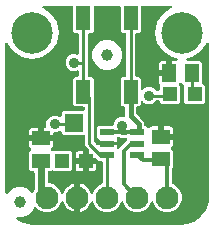
<source format=gbr>
G04 EAGLE Gerber RS-274X export*
G75*
%MOMM*%
%FSLAX34Y34*%
%LPD*%
%INTop Copper*%
%IPPOS*%
%AMOC8*
5,1,8,0,0,1.08239X$1,22.5*%
G01*
%ADD10R,1.200000X0.550000*%
%ADD11C,1.930400*%
%ADD12R,1.500000X1.240000*%
%ADD13R,1.200000X2.000000*%
%ADD14C,1.000000*%
%ADD15C,3.516000*%
%ADD16R,1.600000X1.500000*%
%ADD17R,1.200000X1.200000*%
%ADD18R,1.240000X1.500000*%
%ADD19C,0.906400*%
%ADD20C,0.254000*%
%ADD21C,0.304800*%
%ADD22C,0.609600*%
%ADD23C,0.406400*%

G36*
X152422Y2543D02*
X152422Y2543D01*
X152500Y2545D01*
X155877Y2810D01*
X155945Y2824D01*
X156014Y2829D01*
X156170Y2869D01*
X162594Y4956D01*
X162701Y5006D01*
X162812Y5050D01*
X162863Y5083D01*
X162882Y5091D01*
X162897Y5104D01*
X162948Y5136D01*
X168412Y9107D01*
X168499Y9188D01*
X168546Y9227D01*
X168552Y9231D01*
X168553Y9232D01*
X168591Y9264D01*
X168629Y9310D01*
X168644Y9324D01*
X168655Y9342D01*
X168693Y9388D01*
X172664Y14852D01*
X172721Y14956D01*
X172785Y15056D01*
X172807Y15113D01*
X172817Y15131D01*
X172822Y15151D01*
X172844Y15206D01*
X174931Y21630D01*
X174944Y21698D01*
X174967Y21764D01*
X174990Y21923D01*
X175255Y25300D01*
X175255Y25304D01*
X175256Y25307D01*
X175255Y25326D01*
X175259Y25400D01*
X175259Y155096D01*
X175246Y155200D01*
X175242Y155304D01*
X175226Y155357D01*
X175219Y155411D01*
X175181Y155508D01*
X175151Y155609D01*
X175123Y155656D01*
X175102Y155707D01*
X175041Y155792D01*
X174987Y155881D01*
X174948Y155920D01*
X174916Y155965D01*
X174835Y156031D01*
X174761Y156104D01*
X174713Y156132D01*
X174671Y156167D01*
X174576Y156212D01*
X174486Y156264D01*
X174433Y156279D01*
X174383Y156303D01*
X174280Y156322D01*
X174180Y156351D01*
X174125Y156352D01*
X174071Y156363D01*
X173966Y156356D01*
X173862Y156359D01*
X173808Y156346D01*
X173753Y156343D01*
X173654Y156311D01*
X173552Y156287D01*
X173503Y156262D01*
X173451Y156245D01*
X173362Y156189D01*
X173270Y156141D01*
X173228Y156104D01*
X173182Y156075D01*
X173110Y155999D01*
X173032Y155929D01*
X172979Y155859D01*
X172964Y155843D01*
X172957Y155830D01*
X172935Y155801D01*
X168434Y149066D01*
X161078Y144150D01*
X157129Y143365D01*
X157096Y143354D01*
X157061Y143349D01*
X156946Y143304D01*
X156828Y143264D01*
X156798Y143245D01*
X156766Y143232D01*
X156665Y143159D01*
X156560Y143092D01*
X156537Y143066D01*
X156508Y143046D01*
X156429Y142950D01*
X156344Y142858D01*
X156328Y142828D01*
X156305Y142801D01*
X156252Y142688D01*
X156193Y142578D01*
X156185Y142544D01*
X156170Y142513D01*
X156147Y142391D01*
X156116Y142270D01*
X156117Y142235D01*
X156110Y142200D01*
X156118Y142076D01*
X156119Y141952D01*
X156128Y141918D01*
X156130Y141883D01*
X156168Y141765D01*
X156200Y141644D01*
X156217Y141614D01*
X156228Y141581D01*
X156294Y141475D01*
X156355Y141367D01*
X156379Y141341D01*
X156398Y141312D01*
X156489Y141226D01*
X156575Y141136D01*
X156604Y141118D01*
X156630Y141094D01*
X156739Y141034D01*
X156844Y140968D01*
X156878Y140957D01*
X156908Y140940D01*
X157028Y140909D01*
X157147Y140872D01*
X157182Y140870D01*
X157216Y140861D01*
X157377Y140851D01*
X167882Y140851D01*
X169371Y139362D01*
X169371Y122678D01*
X169383Y122580D01*
X169386Y122481D01*
X169403Y122423D01*
X169411Y122363D01*
X169447Y122271D01*
X169475Y122175D01*
X169505Y122123D01*
X169528Y122067D01*
X169586Y121987D01*
X169636Y121902D01*
X169702Y121826D01*
X169714Y121810D01*
X169724Y121802D01*
X169742Y121781D01*
X171441Y120082D01*
X171441Y105978D01*
X169952Y104489D01*
X155848Y104489D01*
X154359Y105978D01*
X154359Y119500D01*
X154344Y119618D01*
X154337Y119737D01*
X154324Y119775D01*
X154319Y119816D01*
X154276Y119926D01*
X154239Y120039D01*
X154217Y120074D01*
X154202Y120111D01*
X154133Y120207D01*
X154069Y120308D01*
X154039Y120336D01*
X154016Y120369D01*
X153924Y120445D01*
X153837Y120526D01*
X153802Y120546D01*
X153771Y120571D01*
X153663Y120622D01*
X153559Y120680D01*
X153519Y120690D01*
X153483Y120707D01*
X153430Y120717D01*
X151960Y122187D01*
X151861Y122264D01*
X151766Y122346D01*
X151736Y122361D01*
X151709Y122382D01*
X151594Y122432D01*
X151481Y122488D01*
X151448Y122495D01*
X151417Y122508D01*
X151293Y122528D01*
X151170Y122554D01*
X151136Y122553D01*
X151103Y122558D01*
X150977Y122546D01*
X150852Y122541D01*
X150820Y122531D01*
X150786Y122528D01*
X150668Y122485D01*
X150548Y122449D01*
X150519Y122432D01*
X150487Y122420D01*
X150383Y122350D01*
X150276Y122285D01*
X150252Y122261D01*
X150224Y122242D01*
X150141Y122148D01*
X150053Y122058D01*
X150026Y122017D01*
X150013Y122003D01*
X150004Y121986D01*
X150001Y121982D01*
X149997Y121975D01*
X149964Y121924D01*
X149951Y121903D01*
X149908Y121799D01*
X149856Y121699D01*
X149846Y121653D01*
X149828Y121609D01*
X149811Y121498D01*
X149787Y121388D01*
X149788Y121341D01*
X149781Y121295D01*
X149793Y121183D01*
X149796Y121071D01*
X149810Y121025D01*
X149814Y120979D01*
X149854Y120873D01*
X149885Y120765D01*
X149909Y120725D01*
X149925Y120680D01*
X149989Y120588D01*
X150046Y120491D01*
X150094Y120437D01*
X150107Y120419D01*
X150120Y120407D01*
X150153Y120370D01*
X150441Y120082D01*
X150441Y105978D01*
X148952Y104489D01*
X134848Y104489D01*
X133359Y105978D01*
X133359Y106680D01*
X133344Y106798D01*
X133337Y106917D01*
X133324Y106955D01*
X133319Y106996D01*
X133276Y107106D01*
X133239Y107219D01*
X133217Y107254D01*
X133202Y107291D01*
X133133Y107387D01*
X133069Y107488D01*
X133039Y107516D01*
X133016Y107549D01*
X132924Y107625D01*
X132837Y107706D01*
X132802Y107726D01*
X132771Y107751D01*
X132663Y107802D01*
X132559Y107860D01*
X132519Y107870D01*
X132483Y107887D01*
X132366Y107909D01*
X132251Y107939D01*
X132191Y107943D01*
X132171Y107947D01*
X132150Y107945D01*
X132090Y107949D01*
X131177Y107949D01*
X131079Y107937D01*
X130980Y107934D01*
X130922Y107917D01*
X130862Y107909D01*
X130770Y107873D01*
X130675Y107845D01*
X130622Y107815D01*
X130566Y107792D01*
X130486Y107734D01*
X130401Y107684D01*
X130325Y107618D01*
X130309Y107606D01*
X130301Y107596D01*
X130280Y107578D01*
X128466Y105764D01*
X125867Y104687D01*
X123053Y104687D01*
X120454Y105764D01*
X119607Y106610D01*
X119498Y106695D01*
X119391Y106784D01*
X119372Y106793D01*
X119356Y106805D01*
X119229Y106860D01*
X119103Y106920D01*
X119083Y106923D01*
X119064Y106931D01*
X118926Y106953D01*
X118790Y106979D01*
X118770Y106978D01*
X118750Y106981D01*
X118611Y106968D01*
X118473Y106960D01*
X118454Y106953D01*
X118434Y106952D01*
X118302Y106904D01*
X118171Y106862D01*
X118153Y106851D01*
X118134Y106844D01*
X118019Y106766D01*
X117902Y106691D01*
X117888Y106677D01*
X117871Y106665D01*
X117779Y106561D01*
X117684Y106460D01*
X117674Y106442D01*
X117661Y106427D01*
X117598Y106303D01*
X117530Y106181D01*
X117525Y106162D01*
X117516Y106144D01*
X117486Y106008D01*
X117451Y105873D01*
X117449Y105845D01*
X117446Y105833D01*
X117447Y105813D01*
X117441Y105713D01*
X117441Y103998D01*
X115952Y102509D01*
X114742Y102509D01*
X114624Y102494D01*
X114505Y102487D01*
X114467Y102474D01*
X114426Y102469D01*
X114316Y102426D01*
X114203Y102389D01*
X114168Y102367D01*
X114131Y102352D01*
X114035Y102283D01*
X113934Y102219D01*
X113906Y102189D01*
X113873Y102166D01*
X113797Y102074D01*
X113716Y101987D01*
X113696Y101952D01*
X113671Y101921D01*
X113620Y101813D01*
X113562Y101709D01*
X113552Y101669D01*
X113535Y101633D01*
X113513Y101516D01*
X113483Y101401D01*
X113479Y101341D01*
X113475Y101321D01*
X113477Y101300D01*
X113473Y101240D01*
X113473Y96720D01*
X113485Y96622D01*
X113488Y96523D01*
X113505Y96464D01*
X113513Y96404D01*
X113549Y96312D01*
X113577Y96217D01*
X113607Y96165D01*
X113630Y96109D01*
X113688Y96029D01*
X113738Y95943D01*
X113804Y95868D01*
X113816Y95851D01*
X113826Y95843D01*
X113844Y95822D01*
X117092Y92574D01*
X120143Y89524D01*
X120143Y87180D01*
X120158Y87062D01*
X120165Y86943D01*
X120178Y86905D01*
X120183Y86864D01*
X120226Y86754D01*
X120263Y86641D01*
X120285Y86606D01*
X120300Y86569D01*
X120369Y86473D01*
X120433Y86372D01*
X120463Y86344D01*
X120486Y86311D01*
X120578Y86235D01*
X120665Y86154D01*
X120700Y86134D01*
X120731Y86109D01*
X120839Y86058D01*
X120943Y86000D01*
X120983Y85990D01*
X121019Y85973D01*
X121136Y85951D01*
X121251Y85921D01*
X121311Y85917D01*
X121331Y85913D01*
X121352Y85915D01*
X121412Y85911D01*
X121652Y85911D01*
X123151Y84412D01*
X123251Y84335D01*
X123346Y84253D01*
X123376Y84238D01*
X123402Y84217D01*
X123518Y84167D01*
X123631Y84111D01*
X123663Y84104D01*
X123694Y84091D01*
X123819Y84071D01*
X123942Y84045D01*
X123975Y84046D01*
X124008Y84041D01*
X124134Y84053D01*
X124259Y84058D01*
X124291Y84068D01*
X124325Y84071D01*
X124443Y84114D01*
X124564Y84150D01*
X124593Y84167D01*
X124624Y84179D01*
X124728Y84249D01*
X124836Y84314D01*
X124859Y84338D01*
X124887Y84357D01*
X124971Y84452D01*
X125059Y84541D01*
X125059Y84543D01*
X125560Y85043D01*
X126139Y85378D01*
X126786Y85551D01*
X132081Y85551D01*
X132081Y78080D01*
X132096Y77962D01*
X132103Y77843D01*
X132116Y77805D01*
X132121Y77765D01*
X132164Y77654D01*
X132201Y77541D01*
X132223Y77506D01*
X132238Y77469D01*
X132308Y77373D01*
X132371Y77272D01*
X132401Y77244D01*
X132425Y77212D01*
X132516Y77136D01*
X132603Y77054D01*
X132638Y77035D01*
X132669Y77009D01*
X132777Y76958D01*
X132881Y76901D01*
X132921Y76890D01*
X132957Y76873D01*
X133074Y76851D01*
X133189Y76821D01*
X133250Y76817D01*
X133270Y76813D01*
X133290Y76815D01*
X133350Y76811D01*
X134621Y76811D01*
X134621Y75540D01*
X134636Y75422D01*
X134643Y75303D01*
X134656Y75265D01*
X134661Y75225D01*
X134705Y75114D01*
X134741Y75001D01*
X134763Y74966D01*
X134778Y74929D01*
X134848Y74833D01*
X134911Y74732D01*
X134941Y74704D01*
X134965Y74671D01*
X135056Y74596D01*
X135143Y74514D01*
X135178Y74494D01*
X135210Y74469D01*
X135317Y74418D01*
X135421Y74360D01*
X135461Y74350D01*
X135497Y74333D01*
X135614Y74311D01*
X135729Y74281D01*
X135790Y74277D01*
X135810Y74273D01*
X135830Y74275D01*
X135890Y74271D01*
X144661Y74271D01*
X144661Y70276D01*
X144488Y69629D01*
X144153Y69050D01*
X143680Y68577D01*
X143506Y68477D01*
X143406Y68400D01*
X143302Y68330D01*
X143280Y68305D01*
X143253Y68284D01*
X143175Y68186D01*
X143092Y68092D01*
X143076Y68062D01*
X143055Y68035D01*
X143004Y67920D01*
X142947Y67808D01*
X142940Y67775D01*
X142926Y67745D01*
X142905Y67620D01*
X142877Y67498D01*
X142878Y67464D01*
X142873Y67431D01*
X142883Y67306D01*
X142887Y67180D01*
X142896Y67148D01*
X142899Y67114D01*
X142940Y66995D01*
X142975Y66875D01*
X142992Y66846D01*
X143004Y66814D01*
X143073Y66709D01*
X143137Y66601D01*
X143169Y66564D01*
X143179Y66549D01*
X143195Y66534D01*
X143243Y66480D01*
X144661Y65062D01*
X144661Y50558D01*
X144136Y50033D01*
X144076Y49955D01*
X144008Y49883D01*
X143979Y49830D01*
X143942Y49782D01*
X143902Y49691D01*
X143854Y49604D01*
X143839Y49546D01*
X143815Y49490D01*
X143800Y49392D01*
X143775Y49297D01*
X143769Y49196D01*
X143765Y49176D01*
X143767Y49164D01*
X143765Y49136D01*
X143765Y37762D01*
X143768Y37733D01*
X143766Y37703D01*
X143788Y37575D01*
X143805Y37446D01*
X143815Y37419D01*
X143820Y37390D01*
X143874Y37271D01*
X143922Y37151D01*
X143939Y37127D01*
X143951Y37100D01*
X144032Y36998D01*
X144108Y36893D01*
X144131Y36874D01*
X144150Y36851D01*
X144253Y36773D01*
X144353Y36690D01*
X144380Y36678D01*
X144404Y36660D01*
X144548Y36589D01*
X146607Y35737D01*
X150037Y32307D01*
X151893Y27825D01*
X151893Y22975D01*
X150037Y18493D01*
X146607Y15063D01*
X142125Y13207D01*
X137275Y13207D01*
X132793Y15063D01*
X129363Y18493D01*
X128173Y21368D01*
X128104Y21489D01*
X128039Y21612D01*
X128025Y21627D01*
X128015Y21645D01*
X127918Y21744D01*
X127825Y21847D01*
X127808Y21859D01*
X127794Y21873D01*
X127675Y21946D01*
X127559Y22022D01*
X127540Y22029D01*
X127523Y22039D01*
X127390Y22080D01*
X127258Y22125D01*
X127238Y22127D01*
X127219Y22133D01*
X127080Y22140D01*
X126941Y22151D01*
X126921Y22147D01*
X126901Y22148D01*
X126765Y22120D01*
X126628Y22096D01*
X126609Y22088D01*
X126590Y22084D01*
X126464Y22022D01*
X126338Y21966D01*
X126322Y21953D01*
X126304Y21944D01*
X126198Y21854D01*
X126090Y21767D01*
X126077Y21751D01*
X126062Y21738D01*
X125982Y21624D01*
X125898Y21513D01*
X125886Y21488D01*
X125879Y21478D01*
X125872Y21458D01*
X125827Y21368D01*
X124637Y18493D01*
X121207Y15063D01*
X116725Y13207D01*
X111875Y13207D01*
X107393Y15063D01*
X103963Y18493D01*
X102773Y21368D01*
X102704Y21489D01*
X102639Y21612D01*
X102625Y21627D01*
X102615Y21645D01*
X102518Y21744D01*
X102425Y21847D01*
X102408Y21859D01*
X102394Y21873D01*
X102275Y21946D01*
X102159Y22022D01*
X102140Y22029D01*
X102123Y22039D01*
X101990Y22080D01*
X101858Y22125D01*
X101838Y22127D01*
X101819Y22133D01*
X101680Y22140D01*
X101541Y22151D01*
X101521Y22147D01*
X101501Y22148D01*
X101365Y22120D01*
X101228Y22096D01*
X101209Y22088D01*
X101190Y22084D01*
X101064Y22022D01*
X100938Y21966D01*
X100922Y21953D01*
X100904Y21944D01*
X100798Y21854D01*
X100690Y21767D01*
X100677Y21751D01*
X100662Y21738D01*
X100582Y21624D01*
X100498Y21513D01*
X100486Y21488D01*
X100479Y21478D01*
X100472Y21458D01*
X100427Y21368D01*
X99237Y18493D01*
X95807Y15063D01*
X91325Y13207D01*
X86475Y13207D01*
X81993Y15063D01*
X78563Y18493D01*
X77365Y21386D01*
X77351Y21412D01*
X77341Y21440D01*
X77272Y21550D01*
X77208Y21662D01*
X77187Y21684D01*
X77171Y21709D01*
X77077Y21798D01*
X76987Y21891D01*
X76961Y21906D01*
X76939Y21927D01*
X76826Y21989D01*
X76715Y22057D01*
X76687Y22066D01*
X76661Y22080D01*
X76535Y22113D01*
X76411Y22151D01*
X76382Y22152D01*
X76353Y22159D01*
X76223Y22160D01*
X76094Y22166D01*
X76065Y22160D01*
X76035Y22160D01*
X75909Y22128D01*
X75782Y22101D01*
X75755Y22088D01*
X75727Y22081D01*
X75613Y22019D01*
X75497Y21962D01*
X75474Y21942D01*
X75448Y21928D01*
X75353Y21840D01*
X75255Y21755D01*
X75237Y21731D01*
X75216Y21710D01*
X75146Y21601D01*
X75072Y21495D01*
X75061Y21467D01*
X75045Y21442D01*
X74986Y21292D01*
X74799Y20720D01*
X73928Y19010D01*
X72800Y17457D01*
X71443Y16100D01*
X69890Y14972D01*
X68180Y14101D01*
X66355Y13507D01*
X65999Y13451D01*
X65999Y24170D01*
X65984Y24288D01*
X65977Y24407D01*
X65964Y24445D01*
X65959Y24485D01*
X65916Y24596D01*
X65879Y24709D01*
X65857Y24743D01*
X65842Y24781D01*
X65773Y24877D01*
X65709Y24978D01*
X65679Y25006D01*
X65656Y25038D01*
X65564Y25114D01*
X65477Y25196D01*
X65442Y25215D01*
X65411Y25241D01*
X65303Y25292D01*
X65199Y25349D01*
X65159Y25359D01*
X65123Y25377D01*
X65016Y25397D01*
X65046Y25401D01*
X65156Y25445D01*
X65269Y25481D01*
X65304Y25503D01*
X65341Y25518D01*
X65437Y25588D01*
X65538Y25651D01*
X65566Y25681D01*
X65599Y25705D01*
X65675Y25796D01*
X65756Y25883D01*
X65776Y25918D01*
X65801Y25950D01*
X65852Y26057D01*
X65910Y26162D01*
X65920Y26201D01*
X65937Y26237D01*
X65959Y26354D01*
X65989Y26470D01*
X65993Y26530D01*
X65997Y26550D01*
X65995Y26570D01*
X65997Y26576D01*
X65996Y26583D01*
X65999Y26630D01*
X65999Y37349D01*
X66355Y37293D01*
X68180Y36699D01*
X69890Y35828D01*
X71443Y34700D01*
X72800Y33343D01*
X73928Y31790D01*
X74799Y30080D01*
X74986Y29508D01*
X74998Y29481D01*
X75005Y29451D01*
X75066Y29337D01*
X75121Y29220D01*
X75140Y29197D01*
X75154Y29170D01*
X75241Y29074D01*
X75324Y28975D01*
X75348Y28957D01*
X75368Y28935D01*
X75476Y28864D01*
X75581Y28788D01*
X75609Y28777D01*
X75634Y28760D01*
X75756Y28718D01*
X75877Y28670D01*
X75906Y28667D01*
X75934Y28657D01*
X76064Y28647D01*
X76192Y28630D01*
X76222Y28634D01*
X76251Y28632D01*
X76379Y28654D01*
X76508Y28670D01*
X76535Y28681D01*
X76565Y28686D01*
X76683Y28739D01*
X76803Y28787D01*
X76828Y28805D01*
X76855Y28817D01*
X76956Y28898D01*
X77061Y28974D01*
X77080Y28997D01*
X77103Y29015D01*
X77181Y29119D01*
X77264Y29219D01*
X77276Y29246D01*
X77294Y29269D01*
X77365Y29414D01*
X78563Y32307D01*
X81993Y35737D01*
X84306Y36694D01*
X84331Y36709D01*
X84359Y36718D01*
X84469Y36788D01*
X84582Y36852D01*
X84603Y36872D01*
X84628Y36888D01*
X84717Y36983D01*
X84810Y37073D01*
X84826Y37098D01*
X84846Y37120D01*
X84909Y37233D01*
X84977Y37344D01*
X84985Y37372D01*
X85000Y37398D01*
X85032Y37524D01*
X85070Y37648D01*
X85072Y37678D01*
X85079Y37706D01*
X85089Y37867D01*
X85089Y55060D01*
X85074Y55178D01*
X85067Y55297D01*
X85054Y55335D01*
X85049Y55376D01*
X85006Y55486D01*
X84969Y55599D01*
X84947Y55634D01*
X84932Y55671D01*
X84863Y55767D01*
X84799Y55868D01*
X84769Y55896D01*
X84746Y55929D01*
X84654Y56005D01*
X84567Y56086D01*
X84532Y56106D01*
X84501Y56131D01*
X84393Y56182D01*
X84289Y56240D01*
X84249Y56250D01*
X84213Y56267D01*
X84096Y56289D01*
X83981Y56319D01*
X83921Y56323D01*
X83901Y56327D01*
X83880Y56325D01*
X83820Y56329D01*
X81548Y56329D01*
X80023Y57854D01*
X80019Y57880D01*
X79976Y57991D01*
X79939Y58104D01*
X79917Y58139D01*
X79902Y58176D01*
X79833Y58272D01*
X79769Y58373D01*
X79739Y58401D01*
X79716Y58433D01*
X79624Y58509D01*
X79537Y58591D01*
X79502Y58610D01*
X79471Y58636D01*
X79363Y58687D01*
X79259Y58744D01*
X79219Y58755D01*
X79183Y58772D01*
X79066Y58794D01*
X78951Y58824D01*
X78891Y58828D01*
X78871Y58832D01*
X78850Y58830D01*
X78790Y58834D01*
X73499Y58834D01*
X73499Y65366D01*
X73487Y65464D01*
X73484Y65563D01*
X73467Y65621D01*
X73459Y65681D01*
X73423Y65774D01*
X73395Y65869D01*
X73365Y65921D01*
X73342Y65977D01*
X73284Y66057D01*
X73234Y66143D01*
X73167Y66218D01*
X73155Y66234D01*
X73146Y66242D01*
X73127Y66263D01*
X69849Y69542D01*
X69849Y77485D01*
X69834Y77603D01*
X69827Y77722D01*
X69814Y77760D01*
X69809Y77801D01*
X69766Y77911D01*
X69729Y78024D01*
X69707Y78059D01*
X69692Y78096D01*
X69623Y78192D01*
X69559Y78293D01*
X69529Y78321D01*
X69506Y78354D01*
X69414Y78430D01*
X69327Y78511D01*
X69292Y78531D01*
X69261Y78556D01*
X69153Y78607D01*
X69049Y78665D01*
X69009Y78675D01*
X68973Y78692D01*
X68856Y78714D01*
X68741Y78744D01*
X68681Y78748D01*
X68661Y78752D01*
X68640Y78750D01*
X68580Y78754D01*
X51908Y78754D01*
X50419Y80243D01*
X50419Y80548D01*
X50413Y80597D01*
X50415Y80646D01*
X50393Y80754D01*
X50379Y80863D01*
X50361Y80909D01*
X50351Y80958D01*
X50303Y81057D01*
X50262Y81159D01*
X50233Y81199D01*
X50211Y81244D01*
X50140Y81327D01*
X50076Y81416D01*
X50037Y81448D01*
X50005Y81486D01*
X49915Y81549D01*
X49831Y81619D01*
X49786Y81640D01*
X49745Y81669D01*
X49642Y81708D01*
X49543Y81754D01*
X49494Y81764D01*
X49448Y81781D01*
X49338Y81794D01*
X49231Y81814D01*
X49181Y81811D01*
X49132Y81817D01*
X49023Y81801D01*
X48913Y81794D01*
X48866Y81779D01*
X48817Y81772D01*
X48664Y81720D01*
X45857Y80557D01*
X44330Y80557D01*
X44212Y80542D01*
X44093Y80535D01*
X44055Y80522D01*
X44014Y80517D01*
X43904Y80474D01*
X43791Y80437D01*
X43756Y80415D01*
X43719Y80400D01*
X43623Y80331D01*
X43522Y80267D01*
X43494Y80237D01*
X43461Y80214D01*
X43385Y80122D01*
X43304Y80035D01*
X43284Y80000D01*
X43259Y79969D01*
X43208Y79861D01*
X43150Y79757D01*
X43140Y79717D01*
X43123Y79681D01*
X43101Y79564D01*
X43071Y79449D01*
X43067Y79389D01*
X43063Y79369D01*
X43065Y79348D01*
X43061Y79288D01*
X43061Y78079D01*
X35559Y78079D01*
X35559Y84281D01*
X36282Y84281D01*
X36332Y84287D01*
X36381Y84285D01*
X36489Y84307D01*
X36598Y84321D01*
X36644Y84339D01*
X36693Y84349D01*
X36791Y84397D01*
X36894Y84438D01*
X36934Y84467D01*
X36978Y84489D01*
X37062Y84560D01*
X37151Y84624D01*
X37183Y84663D01*
X37220Y84695D01*
X37284Y84785D01*
X37354Y84869D01*
X37375Y84914D01*
X37403Y84955D01*
X37442Y85058D01*
X37489Y85157D01*
X37499Y85206D01*
X37516Y85252D01*
X37528Y85362D01*
X37549Y85469D01*
X37546Y85519D01*
X37551Y85569D01*
X37536Y85677D01*
X37529Y85787D01*
X37514Y85834D01*
X37507Y85883D01*
X37455Y86036D01*
X37377Y86223D01*
X37377Y89037D01*
X38454Y91636D01*
X40444Y93626D01*
X43043Y94703D01*
X45857Y94703D01*
X48664Y93540D01*
X48712Y93527D01*
X48757Y93506D01*
X48865Y93485D01*
X48971Y93456D01*
X49021Y93455D01*
X49070Y93446D01*
X49179Y93453D01*
X49289Y93451D01*
X49337Y93462D01*
X49387Y93466D01*
X49491Y93499D01*
X49598Y93525D01*
X49642Y93548D01*
X49689Y93564D01*
X49782Y93622D01*
X49879Y93674D01*
X49916Y93707D01*
X49958Y93734D01*
X50033Y93814D01*
X50115Y93888D01*
X50142Y93929D01*
X50176Y93965D01*
X50229Y94062D01*
X50289Y94153D01*
X50306Y94200D01*
X50330Y94244D01*
X50357Y94350D01*
X50393Y94454D01*
X50397Y94504D01*
X50409Y94552D01*
X50419Y94712D01*
X50419Y97347D01*
X51908Y98836D01*
X68580Y98836D01*
X68698Y98851D01*
X68817Y98858D01*
X68855Y98871D01*
X68896Y98876D01*
X69006Y98919D01*
X69119Y98956D01*
X69154Y98978D01*
X69191Y98993D01*
X69287Y99062D01*
X69388Y99126D01*
X69416Y99156D01*
X69449Y99179D01*
X69525Y99271D01*
X69606Y99358D01*
X69626Y99393D01*
X69651Y99424D01*
X69702Y99532D01*
X69760Y99636D01*
X69770Y99676D01*
X69787Y99712D01*
X69809Y99829D01*
X69839Y99944D01*
X69843Y100004D01*
X69847Y100024D01*
X69845Y100045D01*
X69849Y100105D01*
X69849Y101240D01*
X69834Y101358D01*
X69827Y101477D01*
X69814Y101515D01*
X69809Y101556D01*
X69766Y101666D01*
X69729Y101779D01*
X69707Y101814D01*
X69692Y101851D01*
X69623Y101947D01*
X69559Y102048D01*
X69529Y102076D01*
X69506Y102109D01*
X69414Y102185D01*
X69327Y102266D01*
X69292Y102286D01*
X69261Y102311D01*
X69153Y102362D01*
X69049Y102420D01*
X69009Y102430D01*
X68973Y102447D01*
X68856Y102469D01*
X68741Y102499D01*
X68681Y102503D01*
X68661Y102507D01*
X68640Y102505D01*
X68580Y102509D01*
X61848Y102509D01*
X60359Y103998D01*
X60359Y126102D01*
X61848Y127591D01*
X63820Y127591D01*
X63938Y127606D01*
X64057Y127613D01*
X64095Y127626D01*
X64136Y127631D01*
X64246Y127674D01*
X64359Y127711D01*
X64394Y127733D01*
X64431Y127748D01*
X64527Y127817D01*
X64628Y127881D01*
X64656Y127911D01*
X64689Y127934D01*
X64765Y128026D01*
X64846Y128113D01*
X64866Y128148D01*
X64891Y128179D01*
X64942Y128287D01*
X65000Y128391D01*
X65010Y128431D01*
X65027Y128467D01*
X65049Y128584D01*
X65079Y128699D01*
X65083Y128759D01*
X65087Y128779D01*
X65085Y128800D01*
X65089Y128860D01*
X65089Y131855D01*
X65083Y131905D01*
X65085Y131954D01*
X65063Y132062D01*
X65049Y132171D01*
X65031Y132217D01*
X65021Y132266D01*
X64973Y132365D01*
X64932Y132467D01*
X64903Y132507D01*
X64881Y132551D01*
X64810Y132635D01*
X64746Y132724D01*
X64707Y132756D01*
X64675Y132793D01*
X64585Y132857D01*
X64501Y132927D01*
X64456Y132948D01*
X64415Y132977D01*
X64312Y133016D01*
X64213Y133062D01*
X64164Y133072D01*
X64118Y133089D01*
X64008Y133101D01*
X63901Y133122D01*
X63851Y133119D01*
X63802Y133125D01*
X63693Y133109D01*
X63583Y133102D01*
X63536Y133087D01*
X63487Y133080D01*
X63334Y133028D01*
X62367Y132627D01*
X59553Y132627D01*
X56954Y133704D01*
X54964Y135694D01*
X53887Y138293D01*
X53887Y141107D01*
X54964Y143706D01*
X56954Y145696D01*
X59553Y146773D01*
X62367Y146773D01*
X63334Y146372D01*
X63382Y146359D01*
X63427Y146338D01*
X63535Y146317D01*
X63641Y146288D01*
X63691Y146287D01*
X63740Y146278D01*
X63849Y146285D01*
X63959Y146283D01*
X64007Y146295D01*
X64057Y146298D01*
X64161Y146331D01*
X64268Y146357D01*
X64312Y146380D01*
X64359Y146396D01*
X64452Y146454D01*
X64549Y146506D01*
X64586Y146539D01*
X64628Y146566D01*
X64703Y146646D01*
X64785Y146720D01*
X64812Y146761D01*
X64846Y146797D01*
X64899Y146894D01*
X64959Y146985D01*
X64976Y147033D01*
X65000Y147076D01*
X65027Y147182D01*
X65063Y147286D01*
X65067Y147336D01*
X65079Y147384D01*
X65089Y147545D01*
X65089Y163240D01*
X65074Y163358D01*
X65067Y163477D01*
X65054Y163515D01*
X65049Y163556D01*
X65006Y163666D01*
X64969Y163779D01*
X64947Y163814D01*
X64932Y163851D01*
X64863Y163947D01*
X64799Y164048D01*
X64769Y164076D01*
X64746Y164109D01*
X64654Y164185D01*
X64567Y164266D01*
X64532Y164286D01*
X64501Y164311D01*
X64393Y164362D01*
X64289Y164420D01*
X64249Y164430D01*
X64213Y164447D01*
X64096Y164469D01*
X63981Y164499D01*
X63921Y164503D01*
X63901Y164507D01*
X63880Y164505D01*
X63820Y164509D01*
X61848Y164509D01*
X60359Y165998D01*
X60359Y186690D01*
X60344Y186808D01*
X60337Y186927D01*
X60324Y186965D01*
X60319Y187006D01*
X60276Y187116D01*
X60239Y187229D01*
X60217Y187264D01*
X60202Y187301D01*
X60133Y187397D01*
X60069Y187498D01*
X60039Y187526D01*
X60016Y187559D01*
X59924Y187635D01*
X59837Y187716D01*
X59802Y187736D01*
X59771Y187761D01*
X59663Y187812D01*
X59559Y187870D01*
X59519Y187880D01*
X59483Y187897D01*
X59366Y187919D01*
X59251Y187949D01*
X59191Y187953D01*
X59171Y187957D01*
X59150Y187955D01*
X59090Y187959D01*
X35404Y187959D01*
X35300Y187946D01*
X35196Y187942D01*
X35143Y187926D01*
X35089Y187919D01*
X34992Y187881D01*
X34891Y187851D01*
X34844Y187823D01*
X34793Y187802D01*
X34708Y187741D01*
X34619Y187687D01*
X34580Y187648D01*
X34535Y187616D01*
X34469Y187535D01*
X34396Y187461D01*
X34368Y187413D01*
X34333Y187371D01*
X34288Y187276D01*
X34236Y187186D01*
X34221Y187133D01*
X34197Y187083D01*
X34178Y186980D01*
X34149Y186880D01*
X34148Y186825D01*
X34137Y186771D01*
X34144Y186666D01*
X34141Y186562D01*
X34154Y186508D01*
X34157Y186453D01*
X34189Y186354D01*
X34213Y186252D01*
X34238Y186203D01*
X34255Y186151D01*
X34311Y186062D01*
X34359Y185970D01*
X34396Y185928D01*
X34425Y185882D01*
X34501Y185810D01*
X34571Y185732D01*
X34641Y185679D01*
X34657Y185664D01*
X34670Y185657D01*
X34699Y185635D01*
X41434Y181134D01*
X46350Y173778D01*
X48076Y165100D01*
X46350Y156422D01*
X41434Y149066D01*
X34078Y144150D01*
X25400Y142424D01*
X16722Y144150D01*
X9366Y149066D01*
X4865Y155801D01*
X4797Y155880D01*
X4736Y155965D01*
X4693Y156000D01*
X4657Y156041D01*
X4571Y156101D01*
X4491Y156167D01*
X4441Y156191D01*
X4395Y156222D01*
X4297Y156258D01*
X4203Y156303D01*
X4149Y156313D01*
X4097Y156332D01*
X3993Y156343D01*
X3890Y156363D01*
X3835Y156359D01*
X3781Y156365D01*
X3677Y156349D01*
X3573Y156343D01*
X3521Y156326D01*
X3466Y156318D01*
X3370Y156277D01*
X3271Y156245D01*
X3224Y156215D01*
X3173Y156194D01*
X3090Y156131D01*
X3002Y156075D01*
X2964Y156035D01*
X2920Y156001D01*
X2855Y155919D01*
X2784Y155843D01*
X2757Y155795D01*
X2723Y155752D01*
X2681Y155656D01*
X2630Y155565D01*
X2617Y155511D01*
X2594Y155461D01*
X2577Y155358D01*
X2551Y155257D01*
X2545Y155169D01*
X2542Y155147D01*
X2543Y155132D01*
X2541Y155096D01*
X2541Y29690D01*
X2558Y29553D01*
X2571Y29414D01*
X2578Y29395D01*
X2581Y29375D01*
X2632Y29246D01*
X2679Y29115D01*
X2690Y29098D01*
X2698Y29079D01*
X2779Y28967D01*
X2857Y28851D01*
X2873Y28838D01*
X2884Y28822D01*
X2992Y28733D01*
X3096Y28641D01*
X3114Y28632D01*
X3129Y28619D01*
X3255Y28560D01*
X3379Y28496D01*
X3399Y28492D01*
X3417Y28483D01*
X3553Y28457D01*
X3689Y28427D01*
X3710Y28427D01*
X3729Y28424D01*
X3868Y28432D01*
X4007Y28436D01*
X4027Y28442D01*
X4047Y28443D01*
X4179Y28486D01*
X4313Y28525D01*
X4330Y28535D01*
X4349Y28541D01*
X4467Y28616D01*
X4587Y28686D01*
X4608Y28705D01*
X4618Y28711D01*
X4632Y28726D01*
X4707Y28793D01*
X8136Y32222D01*
X12745Y34131D01*
X17735Y34131D01*
X22344Y32222D01*
X24808Y29757D01*
X24847Y29727D01*
X24881Y29690D01*
X24972Y29630D01*
X25059Y29562D01*
X25105Y29543D01*
X25146Y29515D01*
X25250Y29480D01*
X25351Y29436D01*
X25400Y29428D01*
X25447Y29412D01*
X25557Y29403D01*
X25665Y29386D01*
X25715Y29391D01*
X25764Y29387D01*
X25872Y29406D01*
X25982Y29416D01*
X26029Y29433D01*
X26078Y29441D01*
X26178Y29486D01*
X26281Y29524D01*
X26322Y29552D01*
X26368Y29572D01*
X26453Y29640D01*
X26544Y29702D01*
X26577Y29739D01*
X26616Y29770D01*
X26682Y29858D01*
X26755Y29941D01*
X26777Y29985D01*
X26807Y30025D01*
X26878Y30169D01*
X27335Y31271D01*
X27337Y31280D01*
X27342Y31288D01*
X27350Y31321D01*
X27359Y31341D01*
X27371Y31403D01*
X27379Y31434D01*
X27419Y31578D01*
X27419Y31587D01*
X27421Y31596D01*
X27431Y31757D01*
X27431Y46530D01*
X27416Y46648D01*
X27409Y46767D01*
X27396Y46805D01*
X27391Y46846D01*
X27348Y46956D01*
X27311Y47069D01*
X27289Y47104D01*
X27274Y47141D01*
X27205Y47237D01*
X27141Y47338D01*
X27111Y47366D01*
X27088Y47399D01*
X26996Y47475D01*
X26909Y47556D01*
X26874Y47576D01*
X26843Y47601D01*
X26735Y47652D01*
X26631Y47710D01*
X26591Y47720D01*
X26555Y47737D01*
X26438Y47759D01*
X26323Y47789D01*
X26263Y47793D01*
X26243Y47797D01*
X26222Y47795D01*
X26162Y47799D01*
X24468Y47799D01*
X22979Y49288D01*
X22979Y63792D01*
X24397Y65210D01*
X24474Y65309D01*
X24556Y65404D01*
X24571Y65434D01*
X24592Y65461D01*
X24642Y65577D01*
X24698Y65689D01*
X24705Y65722D01*
X24718Y65753D01*
X24738Y65877D01*
X24764Y66000D01*
X24763Y66034D01*
X24768Y66067D01*
X24756Y66192D01*
X24751Y66318D01*
X24741Y66350D01*
X24738Y66384D01*
X24695Y66502D01*
X24659Y66622D01*
X24642Y66651D01*
X24630Y66683D01*
X24560Y66787D01*
X24495Y66895D01*
X24471Y66918D01*
X24452Y66946D01*
X24358Y67029D01*
X24268Y67117D01*
X24227Y67144D01*
X24213Y67157D01*
X24194Y67166D01*
X24134Y67207D01*
X23960Y67307D01*
X23487Y67780D01*
X23152Y68359D01*
X22979Y69006D01*
X22979Y73001D01*
X31750Y73001D01*
X31868Y73016D01*
X31987Y73023D01*
X32025Y73036D01*
X32065Y73041D01*
X32176Y73084D01*
X32289Y73121D01*
X32324Y73143D01*
X32361Y73158D01*
X32457Y73228D01*
X32558Y73291D01*
X32586Y73321D01*
X32618Y73345D01*
X32694Y73436D01*
X32776Y73523D01*
X32795Y73558D01*
X32821Y73589D01*
X32872Y73697D01*
X32929Y73801D01*
X32940Y73841D01*
X32957Y73877D01*
X32979Y73994D01*
X33009Y74109D01*
X33013Y74170D01*
X33017Y74190D01*
X33015Y74210D01*
X33019Y74270D01*
X33019Y75541D01*
X33021Y75541D01*
X33021Y74270D01*
X33036Y74152D01*
X33043Y74033D01*
X33056Y73995D01*
X33061Y73955D01*
X33105Y73844D01*
X33141Y73731D01*
X33163Y73696D01*
X33178Y73659D01*
X33248Y73563D01*
X33311Y73462D01*
X33341Y73434D01*
X33365Y73401D01*
X33456Y73326D01*
X33543Y73244D01*
X33578Y73224D01*
X33610Y73199D01*
X33717Y73148D01*
X33821Y73090D01*
X33861Y73080D01*
X33897Y73063D01*
X34014Y73041D01*
X34129Y73011D01*
X34190Y73007D01*
X34210Y73003D01*
X34230Y73005D01*
X34290Y73001D01*
X43061Y73001D01*
X43061Y69006D01*
X42888Y68359D01*
X42553Y67780D01*
X42080Y67307D01*
X41906Y67207D01*
X41806Y67131D01*
X41702Y67060D01*
X41680Y67035D01*
X41653Y67014D01*
X41575Y66916D01*
X41492Y66822D01*
X41476Y66792D01*
X41455Y66765D01*
X41404Y66650D01*
X41347Y66538D01*
X41340Y66505D01*
X41326Y66475D01*
X41305Y66350D01*
X41277Y66228D01*
X41278Y66194D01*
X41273Y66161D01*
X41283Y66036D01*
X41287Y65910D01*
X41296Y65878D01*
X41299Y65844D01*
X41340Y65725D01*
X41375Y65605D01*
X41392Y65576D01*
X41404Y65544D01*
X41473Y65439D01*
X41537Y65331D01*
X41569Y65294D01*
X41579Y65279D01*
X41595Y65264D01*
X41643Y65210D01*
X42065Y64788D01*
X42159Y64715D01*
X42248Y64636D01*
X42284Y64618D01*
X42316Y64593D01*
X42426Y64546D01*
X42532Y64492D01*
X42571Y64483D01*
X42608Y64467D01*
X42726Y64448D01*
X42842Y64422D01*
X42882Y64423D01*
X42922Y64417D01*
X43041Y64428D01*
X43160Y64432D01*
X43199Y64443D01*
X43239Y64447D01*
X43351Y64487D01*
X43465Y64520D01*
X43500Y64541D01*
X43538Y64554D01*
X43637Y64621D01*
X43739Y64682D01*
X43784Y64722D01*
X43801Y64733D01*
X43815Y64748D01*
X43860Y64788D01*
X43908Y64836D01*
X58012Y64836D01*
X59501Y63347D01*
X59501Y49243D01*
X58012Y47754D01*
X43908Y47754D01*
X43615Y48047D01*
X43521Y48120D01*
X43432Y48199D01*
X43396Y48217D01*
X43364Y48242D01*
X43254Y48289D01*
X43148Y48343D01*
X43109Y48352D01*
X43072Y48368D01*
X42954Y48387D01*
X42838Y48413D01*
X42798Y48412D01*
X42758Y48418D01*
X42639Y48407D01*
X42520Y48403D01*
X42482Y48392D01*
X42441Y48388D01*
X42329Y48348D01*
X42215Y48315D01*
X42180Y48294D01*
X42142Y48281D01*
X42043Y48214D01*
X41941Y48153D01*
X41896Y48113D01*
X41879Y48102D01*
X41865Y48087D01*
X41820Y48047D01*
X41572Y47799D01*
X39878Y47799D01*
X39760Y47784D01*
X39641Y47777D01*
X39603Y47764D01*
X39562Y47759D01*
X39452Y47716D01*
X39339Y47679D01*
X39304Y47657D01*
X39267Y47642D01*
X39171Y47573D01*
X39070Y47509D01*
X39042Y47479D01*
X39009Y47456D01*
X38933Y47364D01*
X38852Y47277D01*
X38832Y47242D01*
X38807Y47211D01*
X38756Y47103D01*
X38698Y46999D01*
X38688Y46959D01*
X38671Y46923D01*
X38649Y46806D01*
X38619Y46691D01*
X38615Y46631D01*
X38611Y46611D01*
X38613Y46590D01*
X38609Y46530D01*
X38609Y38862D01*
X38624Y38744D01*
X38631Y38625D01*
X38644Y38587D01*
X38649Y38546D01*
X38692Y38436D01*
X38729Y38323D01*
X38751Y38288D01*
X38766Y38251D01*
X38835Y38155D01*
X38899Y38054D01*
X38929Y38026D01*
X38952Y37993D01*
X39044Y37917D01*
X39131Y37836D01*
X39166Y37816D01*
X39197Y37791D01*
X39305Y37740D01*
X39409Y37682D01*
X39449Y37672D01*
X39485Y37655D01*
X39602Y37633D01*
X39717Y37603D01*
X39777Y37599D01*
X39797Y37595D01*
X39818Y37597D01*
X39878Y37593D01*
X40525Y37593D01*
X45007Y35737D01*
X48437Y32307D01*
X49635Y29414D01*
X49649Y29388D01*
X49659Y29360D01*
X49728Y29250D01*
X49792Y29138D01*
X49813Y29116D01*
X49829Y29091D01*
X49923Y29002D01*
X50013Y28909D01*
X50039Y28894D01*
X50061Y28873D01*
X50174Y28811D01*
X50285Y28743D01*
X50313Y28734D01*
X50339Y28720D01*
X50465Y28687D01*
X50589Y28649D01*
X50618Y28648D01*
X50647Y28641D01*
X50777Y28640D01*
X50906Y28634D01*
X50935Y28640D01*
X50965Y28640D01*
X51091Y28672D01*
X51218Y28699D01*
X51245Y28712D01*
X51273Y28719D01*
X51387Y28781D01*
X51503Y28838D01*
X51526Y28858D01*
X51552Y28872D01*
X51647Y28960D01*
X51745Y29045D01*
X51763Y29069D01*
X51784Y29090D01*
X51854Y29199D01*
X51928Y29305D01*
X51939Y29333D01*
X51955Y29358D01*
X52014Y29508D01*
X52198Y30071D01*
X52198Y30072D01*
X52201Y30080D01*
X53072Y31790D01*
X54200Y33343D01*
X55557Y34700D01*
X57110Y35828D01*
X58820Y36699D01*
X60645Y37293D01*
X61001Y37349D01*
X61001Y26630D01*
X61016Y26512D01*
X61023Y26393D01*
X61035Y26355D01*
X61041Y26315D01*
X61084Y26204D01*
X61121Y26091D01*
X61143Y26057D01*
X61158Y26019D01*
X61227Y25923D01*
X61291Y25822D01*
X61321Y25794D01*
X61344Y25762D01*
X61436Y25686D01*
X61523Y25604D01*
X61558Y25585D01*
X61589Y25559D01*
X61697Y25508D01*
X61801Y25451D01*
X61841Y25441D01*
X61877Y25423D01*
X61984Y25403D01*
X61954Y25399D01*
X61844Y25355D01*
X61731Y25319D01*
X61696Y25297D01*
X61659Y25282D01*
X61562Y25212D01*
X61462Y25149D01*
X61434Y25119D01*
X61401Y25095D01*
X61325Y25004D01*
X61244Y24917D01*
X61224Y24882D01*
X61199Y24850D01*
X61148Y24743D01*
X61090Y24638D01*
X61080Y24599D01*
X61063Y24563D01*
X61041Y24446D01*
X61011Y24330D01*
X61007Y24270D01*
X61003Y24250D01*
X61005Y24230D01*
X61001Y24170D01*
X61001Y13451D01*
X60645Y13507D01*
X58820Y14101D01*
X57110Y14972D01*
X55557Y16100D01*
X54200Y17457D01*
X53072Y19010D01*
X52201Y20720D01*
X52014Y21292D01*
X52002Y21319D01*
X51995Y21349D01*
X51934Y21463D01*
X51879Y21580D01*
X51860Y21603D01*
X51846Y21630D01*
X51759Y21726D01*
X51676Y21825D01*
X51652Y21843D01*
X51632Y21865D01*
X51524Y21936D01*
X51419Y22012D01*
X51391Y22023D01*
X51366Y22040D01*
X51244Y22082D01*
X51123Y22130D01*
X51094Y22133D01*
X51066Y22143D01*
X50936Y22153D01*
X50808Y22170D01*
X50778Y22166D01*
X50749Y22168D01*
X50621Y22146D01*
X50492Y22130D01*
X50465Y22119D01*
X50435Y22114D01*
X50317Y22061D01*
X50197Y22013D01*
X50172Y21995D01*
X50145Y21983D01*
X50044Y21902D01*
X49939Y21826D01*
X49920Y21803D01*
X49897Y21785D01*
X49819Y21681D01*
X49736Y21581D01*
X49724Y21554D01*
X49706Y21531D01*
X49635Y21386D01*
X48437Y18493D01*
X45007Y15063D01*
X40525Y13207D01*
X35675Y13207D01*
X31193Y15063D01*
X28943Y17314D01*
X28903Y17345D01*
X28870Y17382D01*
X28778Y17442D01*
X28691Y17509D01*
X28646Y17529D01*
X28604Y17556D01*
X28500Y17592D01*
X28399Y17636D01*
X28350Y17643D01*
X28303Y17660D01*
X28194Y17668D01*
X28085Y17685D01*
X28036Y17681D01*
X27986Y17685D01*
X27878Y17666D01*
X27769Y17656D01*
X27722Y17639D01*
X27673Y17630D01*
X27573Y17585D01*
X27469Y17548D01*
X27428Y17520D01*
X27383Y17500D01*
X27297Y17431D01*
X27206Y17369D01*
X27173Y17332D01*
X27135Y17301D01*
X27068Y17213D01*
X26996Y17131D01*
X26973Y17087D01*
X26943Y17047D01*
X26872Y16903D01*
X25872Y14486D01*
X22344Y10958D01*
X17735Y9049D01*
X13373Y9049D01*
X13294Y9039D01*
X13214Y9039D01*
X13137Y9019D01*
X13057Y9009D01*
X12983Y8980D01*
X12906Y8960D01*
X12836Y8922D01*
X12762Y8892D01*
X12697Y8846D01*
X12627Y8807D01*
X12569Y8753D01*
X12504Y8706D01*
X12453Y8644D01*
X12395Y8590D01*
X12353Y8522D01*
X12302Y8461D01*
X12268Y8389D01*
X12225Y8321D01*
X12200Y8245D01*
X12166Y8173D01*
X12151Y8095D01*
X12126Y8019D01*
X12121Y7939D01*
X12106Y7861D01*
X12111Y7781D01*
X12106Y7702D01*
X12121Y7623D01*
X12126Y7543D01*
X12151Y7467D01*
X12165Y7389D01*
X12199Y7317D01*
X12224Y7241D01*
X12267Y7173D01*
X12300Y7101D01*
X12351Y7039D01*
X12394Y6972D01*
X12452Y6917D01*
X12503Y6856D01*
X12625Y6755D01*
X12626Y6754D01*
X12627Y6753D01*
X14852Y5136D01*
X14956Y5079D01*
X15056Y5015D01*
X15113Y4993D01*
X15131Y4983D01*
X15151Y4978D01*
X15206Y4956D01*
X21630Y2869D01*
X21698Y2856D01*
X21764Y2833D01*
X21923Y2810D01*
X25300Y2545D01*
X25322Y2546D01*
X25400Y2541D01*
X152400Y2541D01*
X152422Y2543D01*
G37*
G36*
X78888Y71919D02*
X78888Y71919D01*
X79027Y71927D01*
X79046Y71933D01*
X79066Y71935D01*
X79197Y71982D01*
X79329Y72025D01*
X79346Y72036D01*
X79365Y72043D01*
X79481Y72121D01*
X79598Y72195D01*
X79612Y72210D01*
X79628Y72221D01*
X79721Y72326D01*
X79816Y72427D01*
X79826Y72445D01*
X79839Y72460D01*
X79902Y72584D01*
X79970Y72706D01*
X79975Y72725D01*
X79984Y72743D01*
X80014Y72879D01*
X80049Y73013D01*
X80051Y73041D01*
X80053Y73053D01*
X80053Y73074D01*
X80059Y73174D01*
X80059Y74204D01*
X80232Y74851D01*
X80402Y75144D01*
X80446Y75248D01*
X80497Y75348D01*
X80507Y75394D01*
X80525Y75438D01*
X80542Y75549D01*
X80566Y75658D01*
X80565Y75705D01*
X80572Y75752D01*
X80560Y75864D01*
X80557Y75976D01*
X80544Y76022D01*
X80539Y76068D01*
X80499Y76174D01*
X80468Y76282D01*
X80444Y76322D01*
X80428Y76367D01*
X80364Y76459D01*
X80307Y76556D01*
X80259Y76610D01*
X80247Y76628D01*
X80233Y76640D01*
X80200Y76677D01*
X80059Y76818D01*
X80059Y84422D01*
X81548Y85911D01*
X93258Y85911D01*
X93376Y85926D01*
X93495Y85933D01*
X93533Y85946D01*
X93574Y85951D01*
X93684Y85994D01*
X93797Y86031D01*
X93832Y86053D01*
X93869Y86068D01*
X93965Y86137D01*
X94066Y86201D01*
X94094Y86231D01*
X94127Y86254D01*
X94203Y86346D01*
X94284Y86433D01*
X94304Y86468D01*
X94329Y86499D01*
X94380Y86607D01*
X94438Y86711D01*
X94448Y86751D01*
X94465Y86787D01*
X94487Y86904D01*
X94517Y87019D01*
X94521Y87079D01*
X94525Y87099D01*
X94523Y87120D01*
X94527Y87180D01*
X94527Y87767D01*
X95604Y90366D01*
X97594Y92356D01*
X100193Y93433D01*
X103058Y93433D01*
X103176Y93448D01*
X103295Y93455D01*
X103333Y93468D01*
X103374Y93473D01*
X103484Y93516D01*
X103597Y93553D01*
X103632Y93575D01*
X103669Y93590D01*
X103765Y93659D01*
X103866Y93723D01*
X103894Y93753D01*
X103927Y93776D01*
X104003Y93868D01*
X104084Y93955D01*
X104104Y93990D01*
X104129Y94021D01*
X104180Y94129D01*
X104238Y94233D01*
X104248Y94273D01*
X104265Y94309D01*
X104287Y94426D01*
X104317Y94541D01*
X104321Y94601D01*
X104325Y94621D01*
X104323Y94642D01*
X104327Y94702D01*
X104327Y101240D01*
X104312Y101358D01*
X104305Y101477D01*
X104292Y101515D01*
X104287Y101556D01*
X104244Y101666D01*
X104207Y101779D01*
X104185Y101814D01*
X104170Y101851D01*
X104101Y101947D01*
X104037Y102048D01*
X104007Y102076D01*
X103984Y102109D01*
X103892Y102185D01*
X103805Y102266D01*
X103770Y102286D01*
X103739Y102311D01*
X103631Y102362D01*
X103527Y102420D01*
X103487Y102430D01*
X103451Y102447D01*
X103334Y102469D01*
X103219Y102499D01*
X103159Y102503D01*
X103139Y102507D01*
X103118Y102505D01*
X103058Y102509D01*
X101848Y102509D01*
X100359Y103998D01*
X100359Y126102D01*
X101848Y127591D01*
X103820Y127591D01*
X103938Y127606D01*
X104057Y127613D01*
X104095Y127626D01*
X104136Y127631D01*
X104246Y127674D01*
X104359Y127711D01*
X104394Y127733D01*
X104431Y127748D01*
X104527Y127817D01*
X104628Y127881D01*
X104656Y127911D01*
X104689Y127934D01*
X104765Y128026D01*
X104846Y128113D01*
X104866Y128148D01*
X104891Y128179D01*
X104942Y128287D01*
X105000Y128391D01*
X105010Y128431D01*
X105027Y128467D01*
X105049Y128584D01*
X105079Y128699D01*
X105083Y128759D01*
X105087Y128779D01*
X105085Y128800D01*
X105089Y128860D01*
X105089Y163240D01*
X105074Y163358D01*
X105067Y163477D01*
X105054Y163515D01*
X105049Y163556D01*
X105006Y163666D01*
X104969Y163779D01*
X104947Y163814D01*
X104932Y163851D01*
X104863Y163947D01*
X104799Y164048D01*
X104769Y164076D01*
X104746Y164109D01*
X104654Y164185D01*
X104567Y164266D01*
X104532Y164286D01*
X104501Y164311D01*
X104393Y164362D01*
X104289Y164420D01*
X104249Y164430D01*
X104213Y164447D01*
X104096Y164469D01*
X103981Y164499D01*
X103921Y164503D01*
X103901Y164507D01*
X103880Y164505D01*
X103820Y164509D01*
X101848Y164509D01*
X100359Y165998D01*
X100359Y186690D01*
X100344Y186808D01*
X100337Y186927D01*
X100324Y186965D01*
X100319Y187006D01*
X100276Y187116D01*
X100239Y187229D01*
X100217Y187264D01*
X100202Y187301D01*
X100133Y187397D01*
X100069Y187498D01*
X100039Y187526D01*
X100016Y187559D01*
X99924Y187635D01*
X99837Y187716D01*
X99802Y187736D01*
X99771Y187761D01*
X99663Y187812D01*
X99559Y187870D01*
X99519Y187880D01*
X99483Y187897D01*
X99366Y187919D01*
X99251Y187949D01*
X99191Y187953D01*
X99171Y187957D01*
X99150Y187955D01*
X99090Y187959D01*
X78710Y187959D01*
X78592Y187944D01*
X78473Y187937D01*
X78435Y187924D01*
X78394Y187919D01*
X78284Y187876D01*
X78171Y187839D01*
X78136Y187817D01*
X78099Y187802D01*
X78003Y187733D01*
X77902Y187669D01*
X77874Y187639D01*
X77841Y187616D01*
X77765Y187524D01*
X77684Y187437D01*
X77664Y187402D01*
X77639Y187371D01*
X77588Y187263D01*
X77530Y187159D01*
X77520Y187119D01*
X77503Y187083D01*
X77481Y186966D01*
X77451Y186851D01*
X77447Y186791D01*
X77443Y186771D01*
X77445Y186750D01*
X77441Y186690D01*
X77441Y165998D01*
X75952Y164509D01*
X73980Y164509D01*
X73862Y164494D01*
X73743Y164487D01*
X73705Y164474D01*
X73664Y164469D01*
X73554Y164426D01*
X73441Y164389D01*
X73406Y164367D01*
X73369Y164352D01*
X73273Y164283D01*
X73172Y164219D01*
X73144Y164189D01*
X73111Y164166D01*
X73035Y164074D01*
X72954Y163987D01*
X72934Y163952D01*
X72909Y163921D01*
X72858Y163813D01*
X72800Y163709D01*
X72790Y163669D01*
X72773Y163633D01*
X72751Y163516D01*
X72721Y163401D01*
X72717Y163341D01*
X72713Y163321D01*
X72715Y163300D01*
X72711Y163240D01*
X72711Y128860D01*
X72726Y128742D01*
X72733Y128623D01*
X72746Y128585D01*
X72751Y128544D01*
X72794Y128434D01*
X72831Y128321D01*
X72853Y128286D01*
X72868Y128249D01*
X72937Y128153D01*
X73001Y128052D01*
X73031Y128024D01*
X73054Y127991D01*
X73146Y127915D01*
X73233Y127834D01*
X73268Y127814D01*
X73299Y127789D01*
X73407Y127738D01*
X73511Y127680D01*
X73551Y127670D01*
X73587Y127653D01*
X73704Y127631D01*
X73819Y127601D01*
X73879Y127597D01*
X73899Y127593D01*
X73920Y127595D01*
X73980Y127591D01*
X75952Y127591D01*
X77441Y126102D01*
X77441Y113054D01*
X77453Y112956D01*
X77456Y112856D01*
X77471Y112806D01*
X77471Y73224D01*
X77483Y73126D01*
X77486Y73027D01*
X77503Y72969D01*
X77511Y72909D01*
X77547Y72817D01*
X77574Y72722D01*
X77605Y72669D01*
X77628Y72613D01*
X77686Y72533D01*
X77736Y72448D01*
X77802Y72372D01*
X77814Y72356D01*
X77824Y72348D01*
X77842Y72327D01*
X77892Y72277D01*
X78002Y72192D01*
X78109Y72103D01*
X78128Y72094D01*
X78143Y72082D01*
X78271Y72027D01*
X78397Y71967D01*
X78417Y71963D01*
X78435Y71955D01*
X78573Y71934D01*
X78710Y71907D01*
X78730Y71909D01*
X78749Y71906D01*
X78888Y71919D01*
G37*
G36*
X132208Y115586D02*
X132208Y115586D01*
X132327Y115593D01*
X132365Y115606D01*
X132406Y115611D01*
X132516Y115654D01*
X132629Y115691D01*
X132664Y115713D01*
X132701Y115728D01*
X132797Y115797D01*
X132898Y115861D01*
X132926Y115891D01*
X132959Y115914D01*
X133035Y116006D01*
X133116Y116093D01*
X133136Y116128D01*
X133161Y116159D01*
X133212Y116267D01*
X133270Y116371D01*
X133280Y116411D01*
X133297Y116447D01*
X133319Y116564D01*
X133349Y116679D01*
X133353Y116739D01*
X133357Y116759D01*
X133355Y116780D01*
X133359Y116840D01*
X133359Y120095D01*
X133387Y120132D01*
X133466Y120221D01*
X133484Y120257D01*
X133509Y120289D01*
X133557Y120398D01*
X133611Y120504D01*
X133620Y120543D01*
X133636Y120581D01*
X133654Y120698D01*
X133680Y120814D01*
X133679Y120855D01*
X133685Y120895D01*
X133674Y121013D01*
X133671Y121132D01*
X133659Y121171D01*
X133656Y121211D01*
X133615Y121324D01*
X133582Y121438D01*
X133562Y121473D01*
X133548Y121511D01*
X133481Y121609D01*
X133421Y121712D01*
X133416Y121717D01*
X133062Y122329D01*
X132889Y122976D01*
X132889Y128271D01*
X140360Y128271D01*
X140478Y128286D01*
X140597Y128293D01*
X140635Y128306D01*
X140675Y128311D01*
X140786Y128354D01*
X140899Y128391D01*
X140934Y128413D01*
X140971Y128428D01*
X141067Y128498D01*
X141168Y128561D01*
X141196Y128591D01*
X141228Y128615D01*
X141304Y128706D01*
X141386Y128793D01*
X141405Y128828D01*
X141431Y128859D01*
X141482Y128967D01*
X141539Y129071D01*
X141550Y129111D01*
X141567Y129147D01*
X141589Y129264D01*
X141619Y129379D01*
X141623Y129440D01*
X141627Y129460D01*
X141625Y129480D01*
X141629Y129540D01*
X141629Y130811D01*
X142900Y130811D01*
X143018Y130826D01*
X143137Y130833D01*
X143175Y130846D01*
X143215Y130851D01*
X143326Y130895D01*
X143439Y130931D01*
X143474Y130953D01*
X143511Y130968D01*
X143607Y131038D01*
X143708Y131101D01*
X143736Y131131D01*
X143768Y131155D01*
X143844Y131246D01*
X143926Y131333D01*
X143945Y131368D01*
X143971Y131400D01*
X144022Y131507D01*
X144079Y131611D01*
X144090Y131651D01*
X144107Y131687D01*
X144129Y131804D01*
X144159Y131919D01*
X144163Y131980D01*
X144167Y132000D01*
X144165Y132020D01*
X144169Y132080D01*
X144169Y140851D01*
X147423Y140851D01*
X147458Y140855D01*
X147493Y140853D01*
X147615Y140875D01*
X147739Y140891D01*
X147771Y140903D01*
X147806Y140910D01*
X147919Y140962D01*
X148034Y141008D01*
X148063Y141028D01*
X148095Y141043D01*
X148191Y141121D01*
X148292Y141194D01*
X148314Y141221D01*
X148341Y141244D01*
X148415Y141343D01*
X148495Y141439D01*
X148510Y141471D01*
X148530Y141499D01*
X148577Y141615D01*
X148630Y141727D01*
X148637Y141761D01*
X148650Y141794D01*
X148667Y141918D01*
X148690Y142039D01*
X148688Y142074D01*
X148692Y142109D01*
X148678Y142233D01*
X148670Y142357D01*
X148659Y142390D01*
X148655Y142425D01*
X148610Y142541D01*
X148572Y142659D01*
X148553Y142689D01*
X148541Y142722D01*
X148469Y142823D01*
X148402Y142928D01*
X148376Y142952D01*
X148356Y142981D01*
X148261Y143061D01*
X148170Y143146D01*
X148140Y143163D01*
X148113Y143185D01*
X148001Y143240D01*
X147892Y143300D01*
X147858Y143308D01*
X147826Y143323D01*
X147671Y143365D01*
X143722Y144150D01*
X136366Y149066D01*
X131450Y156422D01*
X129724Y165100D01*
X131450Y173778D01*
X136366Y181134D01*
X143101Y185635D01*
X143180Y185703D01*
X143265Y185764D01*
X143300Y185807D01*
X143341Y185843D01*
X143401Y185929D01*
X143467Y186009D01*
X143491Y186059D01*
X143522Y186105D01*
X143558Y186203D01*
X143603Y186297D01*
X143613Y186351D01*
X143632Y186403D01*
X143643Y186507D01*
X143663Y186610D01*
X143659Y186665D01*
X143665Y186719D01*
X143649Y186823D01*
X143643Y186927D01*
X143626Y186979D01*
X143618Y187034D01*
X143577Y187130D01*
X143545Y187229D01*
X143515Y187276D01*
X143494Y187327D01*
X143431Y187410D01*
X143375Y187498D01*
X143335Y187536D01*
X143301Y187580D01*
X143219Y187645D01*
X143143Y187716D01*
X143095Y187743D01*
X143052Y187777D01*
X142956Y187819D01*
X142865Y187870D01*
X142811Y187883D01*
X142761Y187906D01*
X142658Y187923D01*
X142557Y187949D01*
X142469Y187955D01*
X142447Y187958D01*
X142432Y187957D01*
X142396Y187959D01*
X118710Y187959D01*
X118592Y187944D01*
X118473Y187937D01*
X118435Y187924D01*
X118394Y187919D01*
X118284Y187876D01*
X118171Y187839D01*
X118136Y187817D01*
X118099Y187802D01*
X118003Y187733D01*
X117902Y187669D01*
X117874Y187639D01*
X117841Y187616D01*
X117765Y187524D01*
X117684Y187437D01*
X117664Y187402D01*
X117639Y187371D01*
X117588Y187263D01*
X117530Y187159D01*
X117520Y187119D01*
X117503Y187083D01*
X117481Y186966D01*
X117451Y186851D01*
X117447Y186791D01*
X117443Y186771D01*
X117445Y186750D01*
X117441Y186690D01*
X117441Y165998D01*
X115952Y164509D01*
X113980Y164509D01*
X113862Y164494D01*
X113743Y164487D01*
X113705Y164474D01*
X113664Y164469D01*
X113554Y164426D01*
X113441Y164389D01*
X113406Y164367D01*
X113369Y164352D01*
X113273Y164283D01*
X113172Y164219D01*
X113144Y164189D01*
X113111Y164166D01*
X113035Y164074D01*
X112954Y163987D01*
X112934Y163952D01*
X112909Y163921D01*
X112858Y163813D01*
X112800Y163709D01*
X112790Y163669D01*
X112773Y163633D01*
X112751Y163516D01*
X112721Y163401D01*
X112717Y163341D01*
X112713Y163321D01*
X112715Y163300D01*
X112711Y163240D01*
X112711Y128860D01*
X112726Y128742D01*
X112733Y128623D01*
X112746Y128585D01*
X112751Y128544D01*
X112794Y128434D01*
X112831Y128321D01*
X112853Y128286D01*
X112868Y128249D01*
X112937Y128153D01*
X113001Y128052D01*
X113031Y128024D01*
X113054Y127991D01*
X113146Y127915D01*
X113233Y127834D01*
X113268Y127814D01*
X113299Y127789D01*
X113407Y127738D01*
X113511Y127680D01*
X113551Y127670D01*
X113587Y127653D01*
X113704Y127631D01*
X113819Y127601D01*
X113879Y127597D01*
X113899Y127593D01*
X113920Y127595D01*
X113980Y127591D01*
X115952Y127591D01*
X117441Y126102D01*
X117441Y117807D01*
X117458Y117669D01*
X117471Y117531D01*
X117478Y117512D01*
X117481Y117492D01*
X117532Y117363D01*
X117579Y117232D01*
X117590Y117215D01*
X117598Y117196D01*
X117679Y117084D01*
X117757Y116969D01*
X117773Y116955D01*
X117784Y116939D01*
X117892Y116850D01*
X117996Y116758D01*
X118014Y116749D01*
X118029Y116736D01*
X118155Y116677D01*
X118279Y116613D01*
X118299Y116609D01*
X118317Y116600D01*
X118454Y116574D01*
X118589Y116544D01*
X118610Y116544D01*
X118629Y116541D01*
X118768Y116549D01*
X118907Y116553D01*
X118927Y116559D01*
X118947Y116560D01*
X119079Y116603D01*
X119213Y116642D01*
X119230Y116652D01*
X119249Y116658D01*
X119367Y116733D01*
X119487Y116803D01*
X119508Y116822D01*
X119518Y116829D01*
X119532Y116844D01*
X119607Y116910D01*
X120454Y117756D01*
X123053Y118833D01*
X125867Y118833D01*
X128466Y117756D01*
X130280Y115942D01*
X130358Y115882D01*
X130430Y115814D01*
X130483Y115785D01*
X130531Y115748D01*
X130622Y115708D01*
X130709Y115660D01*
X130767Y115645D01*
X130823Y115621D01*
X130921Y115606D01*
X131017Y115581D01*
X131117Y115575D01*
X131137Y115571D01*
X131149Y115573D01*
X131177Y115571D01*
X132090Y115571D01*
X132208Y115586D01*
G37*
%LPC*%
G36*
X86405Y133509D02*
X86405Y133509D01*
X81796Y135418D01*
X78268Y138946D01*
X76359Y143555D01*
X76359Y148545D01*
X78268Y153154D01*
X81796Y156682D01*
X86405Y158591D01*
X91395Y158591D01*
X96004Y156682D01*
X99532Y153154D01*
X101441Y148545D01*
X101441Y143555D01*
X99532Y138946D01*
X96004Y135418D01*
X91395Y133509D01*
X86405Y133509D01*
G37*
%LPD*%
G36*
X98455Y66590D02*
X98455Y66590D01*
X98602Y66594D01*
X98614Y66598D01*
X98626Y66598D01*
X98767Y66642D01*
X98907Y66682D01*
X98918Y66689D01*
X98930Y66693D01*
X99055Y66769D01*
X99181Y66844D01*
X99194Y66855D01*
X99201Y66860D01*
X99212Y66871D01*
X99302Y66950D01*
X105688Y73336D01*
X105748Y73414D01*
X105816Y73486D01*
X105845Y73539D01*
X105882Y73587D01*
X105922Y73678D01*
X105970Y73765D01*
X105985Y73823D01*
X106009Y73879D01*
X106024Y73977D01*
X106049Y74073D01*
X106055Y74173D01*
X106059Y74193D01*
X106057Y74205D01*
X106059Y74233D01*
X106059Y74778D01*
X106044Y74896D01*
X106037Y75015D01*
X106024Y75053D01*
X106019Y75094D01*
X105976Y75204D01*
X105939Y75317D01*
X105917Y75352D01*
X105902Y75389D01*
X105833Y75485D01*
X105769Y75586D01*
X105739Y75614D01*
X105716Y75647D01*
X105624Y75723D01*
X105537Y75804D01*
X105502Y75824D01*
X105471Y75849D01*
X105363Y75900D01*
X105259Y75958D01*
X105219Y75968D01*
X105183Y75985D01*
X105066Y76007D01*
X104951Y76037D01*
X104891Y76041D01*
X104871Y76045D01*
X104850Y76043D01*
X104790Y76047D01*
X99706Y76047D01*
X99570Y76184D01*
X99491Y76244D01*
X99419Y76312D01*
X99366Y76341D01*
X99318Y76378D01*
X99227Y76418D01*
X99141Y76466D01*
X99082Y76481D01*
X99027Y76505D01*
X98929Y76520D01*
X98833Y76545D01*
X98733Y76551D01*
X98712Y76555D01*
X98700Y76553D01*
X98672Y76555D01*
X98165Y76555D01*
X98040Y76539D01*
X97915Y76530D01*
X97883Y76520D01*
X97849Y76515D01*
X97733Y76469D01*
X97613Y76429D01*
X97585Y76411D01*
X97554Y76398D01*
X97452Y76325D01*
X97346Y76256D01*
X97324Y76231D01*
X97296Y76212D01*
X97216Y76115D01*
X97131Y76022D01*
X97115Y75993D01*
X97094Y75967D01*
X97040Y75853D01*
X96980Y75742D01*
X96972Y75709D01*
X96958Y75679D01*
X96934Y75556D01*
X96904Y75433D01*
X96905Y75400D01*
X96898Y75367D01*
X96906Y75241D01*
X96907Y75115D01*
X96917Y75067D01*
X96918Y75049D01*
X96925Y75029D01*
X96939Y74957D01*
X97141Y74204D01*
X97141Y72494D01*
X88705Y72494D01*
X88635Y72485D01*
X88595Y72488D01*
X88575Y72492D01*
X88555Y72490D01*
X88495Y72494D01*
X80739Y72494D01*
X80601Y72477D01*
X80463Y72464D01*
X80444Y72457D01*
X80424Y72454D01*
X80295Y72403D01*
X80163Y72356D01*
X80147Y72345D01*
X80128Y72337D01*
X80016Y72256D01*
X79900Y72178D01*
X79887Y72162D01*
X79871Y72151D01*
X79782Y72043D01*
X79690Y71939D01*
X79681Y71921D01*
X79668Y71906D01*
X79608Y71780D01*
X79545Y71656D01*
X79541Y71636D01*
X79532Y71618D01*
X79506Y71481D01*
X79476Y71346D01*
X79476Y71325D01*
X79472Y71306D01*
X79481Y71167D01*
X79485Y71028D01*
X79491Y71008D01*
X79492Y70988D01*
X79535Y70856D01*
X79574Y70722D01*
X79584Y70705D01*
X79590Y70686D01*
X79665Y70568D01*
X79735Y70448D01*
X79754Y70427D01*
X79760Y70417D01*
X79775Y70403D01*
X79842Y70327D01*
X80052Y70117D01*
X80130Y70057D01*
X80202Y69989D01*
X80255Y69960D01*
X80303Y69922D01*
X80394Y69883D01*
X80481Y69835D01*
X80539Y69820D01*
X80595Y69796D01*
X80693Y69781D01*
X80789Y69756D01*
X80889Y69750D01*
X80909Y69746D01*
X80921Y69747D01*
X80949Y69746D01*
X88495Y69746D01*
X88565Y69755D01*
X88605Y69752D01*
X88625Y69748D01*
X88645Y69750D01*
X88705Y69746D01*
X97141Y69746D01*
X97141Y67919D01*
X97136Y67888D01*
X97137Y67875D01*
X97135Y67863D01*
X97152Y67718D01*
X97166Y67572D01*
X97170Y67560D01*
X97171Y67547D01*
X97224Y67410D01*
X97273Y67272D01*
X97280Y67262D01*
X97285Y67250D01*
X97369Y67131D01*
X97452Y67009D01*
X97461Y67001D01*
X97469Y66990D01*
X97581Y66895D01*
X97690Y66799D01*
X97702Y66793D01*
X97711Y66785D01*
X97843Y66720D01*
X97973Y66654D01*
X97986Y66651D01*
X97997Y66646D01*
X98142Y66616D01*
X98284Y66584D01*
X98296Y66585D01*
X98309Y66582D01*
X98455Y66590D01*
G37*
%LPC*%
G36*
X137159Y79349D02*
X137159Y79349D01*
X137159Y85551D01*
X142454Y85551D01*
X143101Y85378D01*
X143680Y85043D01*
X144153Y84570D01*
X144488Y83991D01*
X144661Y83344D01*
X144661Y79349D01*
X137159Y79349D01*
G37*
%LPD*%
%LPC*%
G36*
X22979Y78079D02*
X22979Y78079D01*
X22979Y82074D01*
X23152Y82721D01*
X23487Y83300D01*
X23960Y83773D01*
X24539Y84108D01*
X25186Y84281D01*
X30481Y84281D01*
X30481Y78079D01*
X22979Y78079D01*
G37*
%LPD*%
%LPC*%
G36*
X132889Y133349D02*
X132889Y133349D01*
X132889Y138644D01*
X133062Y139291D01*
X133397Y139870D01*
X133870Y140343D01*
X134449Y140678D01*
X135096Y140851D01*
X139091Y140851D01*
X139091Y133349D01*
X132889Y133349D01*
G37*
%LPD*%
%LPC*%
G36*
X62419Y58834D02*
X62419Y58834D01*
X62419Y62629D01*
X62592Y63276D01*
X62927Y63855D01*
X63400Y64328D01*
X63979Y64663D01*
X64626Y64836D01*
X68421Y64836D01*
X68421Y58834D01*
X62419Y58834D01*
G37*
%LPD*%
%LPC*%
G36*
X73499Y47754D02*
X73499Y47754D01*
X73499Y53756D01*
X79501Y53756D01*
X79501Y49961D01*
X79328Y49314D01*
X78993Y48735D01*
X78520Y48262D01*
X77941Y47927D01*
X77294Y47754D01*
X73499Y47754D01*
G37*
%LPD*%
%LPC*%
G36*
X64626Y47754D02*
X64626Y47754D01*
X63979Y47927D01*
X63400Y48262D01*
X62927Y48735D01*
X62592Y49314D01*
X62419Y49961D01*
X62419Y53756D01*
X68421Y53756D01*
X68421Y47754D01*
X64626Y47754D01*
G37*
%LPD*%
%LPC*%
G36*
X70959Y56294D02*
X70959Y56294D01*
X70959Y56296D01*
X70961Y56296D01*
X70961Y56294D01*
X70959Y56294D01*
G37*
%LPD*%
D10*
X88600Y80620D03*
X88600Y71120D03*
X88600Y61620D03*
X114600Y61620D03*
X114600Y71120D03*
X114600Y80620D03*
D11*
X38100Y25400D03*
X63500Y25400D03*
X88900Y25400D03*
X114300Y25400D03*
X139700Y25400D03*
D12*
X33020Y56540D03*
X33020Y75540D03*
D13*
X68900Y115050D03*
X68900Y177050D03*
X108900Y177050D03*
X108900Y115050D03*
D14*
X88900Y146050D03*
X15240Y21590D03*
D15*
X152400Y165100D03*
X25400Y165100D03*
D16*
X60960Y88795D03*
D17*
X50960Y56295D03*
X70960Y56295D03*
D12*
X134620Y76810D03*
X134620Y57810D03*
D17*
X162900Y113030D03*
X141900Y113030D03*
D18*
X141630Y130810D03*
X160630Y130810D03*
D19*
X124460Y90170D03*
X124460Y142240D03*
X153670Y73660D03*
X22860Y135890D03*
D20*
X78740Y76200D02*
X83820Y71120D01*
X78740Y76200D02*
X78740Y96520D01*
X83820Y71120D02*
X88600Y71120D01*
D19*
X86360Y166370D03*
X48260Y143510D03*
X62230Y71120D03*
D20*
X68900Y139142D02*
X68900Y177050D01*
X68900Y139142D02*
X68900Y115050D01*
X68900Y139142D02*
X68342Y139700D01*
X60960Y139700D01*
D19*
X60960Y139700D03*
D20*
X73660Y110920D02*
X73660Y71120D01*
X88900Y61320D02*
X88900Y25400D01*
X88900Y61320D02*
X88600Y61620D01*
X83863Y61620D01*
X83820Y61577D01*
X83160Y61620D02*
X73660Y71120D01*
X83160Y61620D02*
X88600Y61620D01*
X73660Y110920D02*
X69530Y115050D01*
X68900Y115050D01*
X139700Y33680D02*
X139700Y25400D01*
D21*
X139700Y57810D02*
X134620Y57810D01*
X139700Y57810D02*
X139700Y57150D01*
X139700Y33680D01*
X119070Y57150D02*
X114600Y61620D01*
X119070Y57150D02*
X139700Y57150D01*
D20*
X114600Y71120D02*
X109220Y71120D01*
D21*
X102870Y64770D01*
X102870Y36830D01*
X114300Y25400D01*
D22*
X33020Y26670D02*
X33020Y56540D01*
X33020Y26670D02*
X34290Y25400D01*
X38100Y25400D01*
D21*
X88600Y80620D02*
X101600Y80620D01*
X104140Y80620D02*
X114600Y80620D01*
D19*
X101600Y86360D03*
D23*
X101600Y80620D01*
X104140Y80620D01*
D20*
X108900Y115050D02*
X108900Y177050D01*
D23*
X108900Y115050D02*
X108900Y94300D01*
X115570Y87630D01*
X115570Y81590D01*
X114600Y80620D01*
D19*
X44450Y87630D03*
D20*
X59795Y87630D02*
X60960Y88795D01*
X59795Y87630D02*
X44450Y87630D01*
X160630Y115300D02*
X162900Y113030D01*
X160630Y115300D02*
X160630Y130810D01*
X141900Y113030D02*
X140630Y111760D01*
X124460Y111760D01*
D19*
X124460Y111760D03*
M02*

</source>
